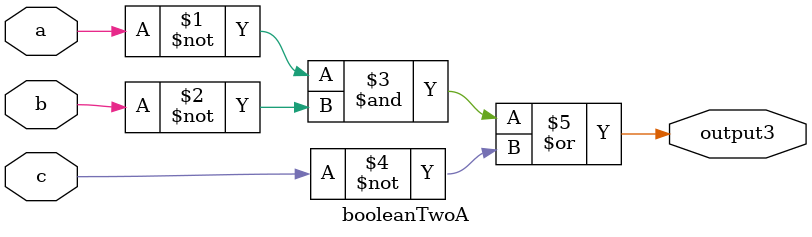
<source format=v>
`timescale 1ns / 1ps

module booleanTwoA(
    input a, b, c,
    output output3
    );
    
    assign output3 = (~a&~b)|~c;
endmodule
</source>
